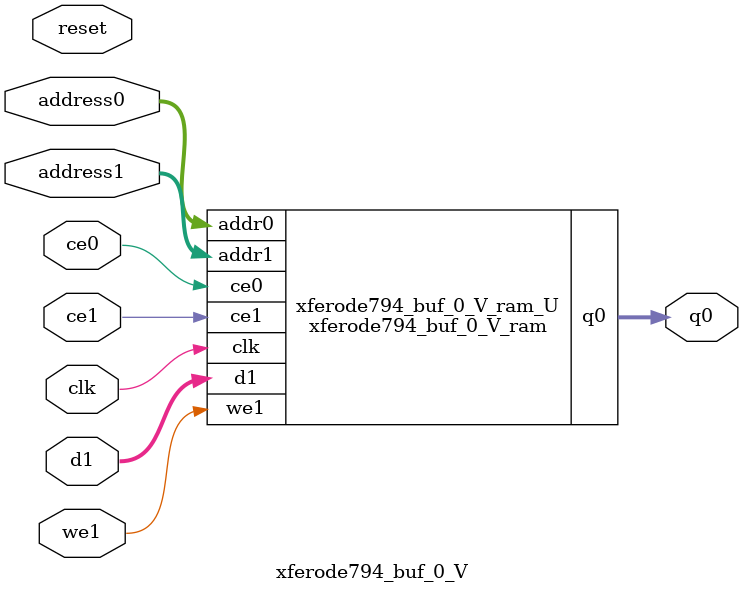
<source format=v>
`timescale 1 ns / 1 ps
module xferode794_buf_0_V_ram (addr0, ce0, q0, addr1, ce1, d1, we1,  clk);

parameter DWIDTH = 8;
parameter AWIDTH = 9;
parameter MEM_SIZE = 320;

input[AWIDTH-1:0] addr0;
input ce0;
output reg[DWIDTH-1:0] q0;
input[AWIDTH-1:0] addr1;
input ce1;
input[DWIDTH-1:0] d1;
input we1;
input clk;

(* ram_style = "block" *)reg [DWIDTH-1:0] ram[0:MEM_SIZE-1];




always @(posedge clk)  
begin 
    if (ce0) begin
        q0 <= ram[addr0];
    end
end


always @(posedge clk)  
begin 
    if (ce1) begin
        if (we1) 
            ram[addr1] <= d1; 
    end
end


endmodule

`timescale 1 ns / 1 ps
module xferode794_buf_0_V(
    reset,
    clk,
    address0,
    ce0,
    q0,
    address1,
    ce1,
    we1,
    d1);

parameter DataWidth = 32'd8;
parameter AddressRange = 32'd320;
parameter AddressWidth = 32'd9;
input reset;
input clk;
input[AddressWidth - 1:0] address0;
input ce0;
output[DataWidth - 1:0] q0;
input[AddressWidth - 1:0] address1;
input ce1;
input we1;
input[DataWidth - 1:0] d1;



xferode794_buf_0_V_ram xferode794_buf_0_V_ram_U(
    .clk( clk ),
    .addr0( address0 ),
    .ce0( ce0 ),
    .q0( q0 ),
    .addr1( address1 ),
    .ce1( ce1 ),
    .we1( we1 ),
    .d1( d1 ));

endmodule


</source>
